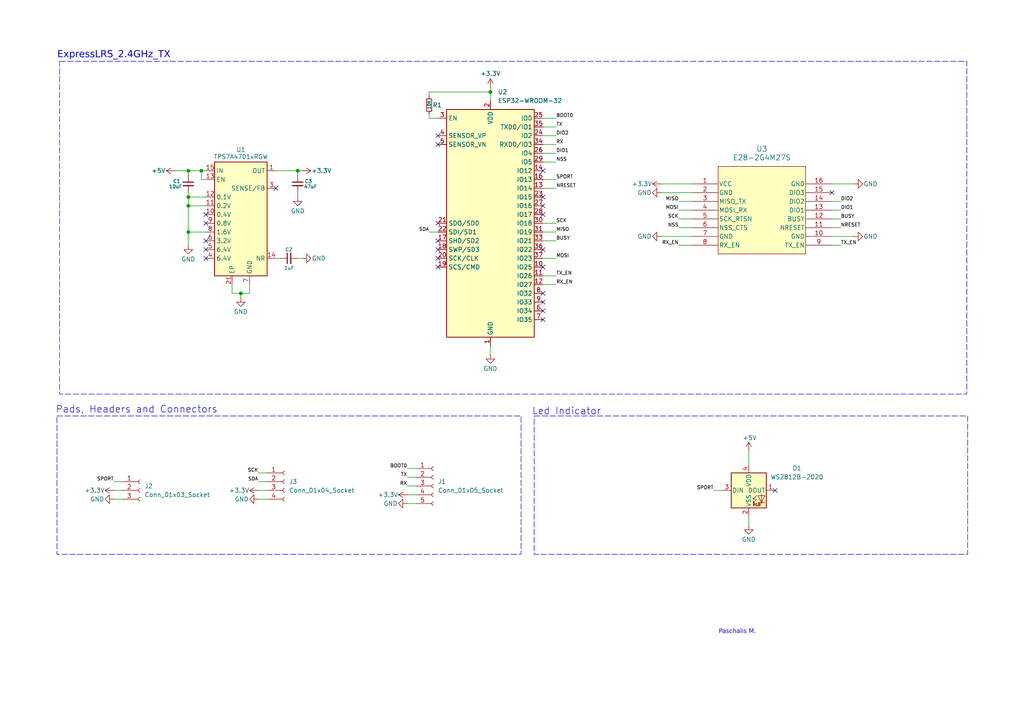
<source format=kicad_sch>
(kicad_sch (version 20250114) (generator "eeschema") (generator_version "9.0")
  (paper "A4")
  (title_block (title "TX2_2.4G") (date "2025-03-27") (rev "1.0") (company "https://github.com/Paschalis | TeodoraMiu") (comment 2 "telemetry and a WS2812B LED indicator to show ExpressLRS status.") (comment 3 "The TX2 features an integrated SSD1306 OLED display for on-screen "))
  (lib_symbols
    (symbol "Connector:Conn_01x03_Socket" (pin_names (offset 1.016) (hide yes))
      (property "Reference" "J" (at 0 5.08 0))
      (property "Value" "Conn_01x03_Socket" (at 0 -5.08 0))
      (symbol "Conn_01x03_Socket_1_1"
        (polyline (pts (xy -1.27 2.54) (xy -0.508 2.54)) (stroke (width 0.1524)))
        (polyline (pts (xy -1.27 0) (xy -0.508 0)) (stroke (width 0.1524)))
        (polyline (pts (xy -1.27 -2.54) (xy -0.508 -2.54)) (stroke (width 0.1524)))
        (arc (start 0 2.032) (mid -0.5058 2.54) (end 0 3.048) (stroke (width 0.1524)))
        (arc (start 0 -0.508) (mid -0.5058 0) (end 0 0.508) (stroke (width 0.1524)))
        (arc (start 0 -3.048) (mid -0.5058 -2.54) (end 0 -2.032) (stroke (width 0.1524)))
        (pin passive line (at -5.08 2.54 0) (length 3.81) (name "Pin_1") (number "1"))
        (pin passive line (at -5.08 0 0) (length 3.81) (name "Pin_2") (number "2"))
        (pin passive line (at -5.08 -2.54 0) (length 3.81) (name "Pin_3") (number "3"))
      )
    )
    (symbol "Connector:Conn_01x04_Socket" (pin_names (offset 1.016) (hide yes))
      (property "Reference" "J" (at 0 5.08 0))
      (property "Value" "Conn_01x04_Socket" (at 0 -7.62 0))
      (symbol "Conn_01x04_Socket_1_1"
        (polyline (pts (xy -1.27 2.54) (xy -0.508 2.54)) (stroke (width 0.1524)))
        (polyline (pts (xy -1.27 0) (xy -0.508 0)) (stroke (width 0.1524)))
        (polyline (pts (xy -1.27 -2.54) (xy -0.508 -2.54)) (stroke (width 0.1524)))
        (polyline (pts (xy -1.27 -5.08) (xy -0.508 -5.08)) (stroke (width 0.1524)))
        (arc (start 0 2.032) (mid -0.5058 2.54) (end 0 3.048) (stroke (width 0.1524)))
        (arc (start 0 -0.508) (mid -0.5058 0) (end 0 0.508) (stroke (width 0.1524)))
        (arc (start 0 -3.048) (mid -0.5058 -2.54) (end 0 -2.032) (stroke (width 0.1524)))
        (arc (start 0 -5.588) (mid -0.5058 -5.08) (end 0 -4.572) (stroke (width 0.1524)))
        (pin passive line (at -5.08 2.54 0) (length 3.81) (name "Pin_1") (number "1"))
        (pin passive line (at -5.08 0 0) (length 3.81) (name "Pin_2") (number "2"))
        (pin passive line (at -5.08 -2.54 0) (length 3.81) (name "Pin_3") (number "3"))
        (pin passive line (at -5.08 -5.08 0) (length 3.81) (name "Pin_4") (number "4"))
      )
    )
    (symbol "Connector:Conn_01x05_Socket" (pin_names (offset 1.016) (hide yes))
      (property "Reference" "J" (at 0 7.62 0))
      (property "Value" "Conn_01x05_Socket" (at 0 -7.62 0))
      (symbol "Conn_01x05_Socket_1_1"
        (polyline (pts (xy -1.27 5.08) (xy -0.508 5.08)) (stroke (width 0.1524)))
        (polyline (pts (xy -1.27 2.54) (xy -0.508 2.54)) (stroke (width 0.1524)))
        (polyline (pts (xy -1.27 0) (xy -0.508 0)) (stroke (width 0.1524)))
        (polyline (pts (xy -1.27 -2.54) (xy -0.508 -2.54)) (stroke (width 0.1524)))
        (polyline (pts (xy -1.27 -5.08) (xy -0.508 -5.08)) (stroke (width 0.1524)))
        (arc (start 0 4.572) (mid -0.5058 5.08) (end 0 5.588) (stroke (width 0.1524)))
        (arc (start 0 2.032) (mid -0.5058 2.54) (end 0 3.048) (stroke (width 0.1524)))
        (arc (start 0 -0.508) (mid -0.5058 0) (end 0 0.508) (stroke (width 0.1524)))
        (arc (start 0 -3.048) (mid -0.5058 -2.54) (end 0 -2.032) (stroke (width 0.1524)))
        (arc (start 0 -5.588) (mid -0.5058 -5.08) (end 0 -4.572) (stroke (width 0.1524)))
        (pin passive line (at -5.08 5.08 0) (length 3.81) (name "Pin_1") (number "1"))
        (pin passive line (at -5.08 2.54 0) (length 3.81) (name "Pin_2") (number "2"))
        (pin passive line (at -5.08 0 0) (length 3.81) (name "Pin_3") (number "3"))
        (pin passive line (at -5.08 -2.54 0) (length 3.81) (name "Pin_4") (number "4"))
        (pin passive line (at -5.08 -5.08 0) (length 3.81) (name "Pin_5") (number "5"))
      )
    )
    (symbol "Device:C_Small" (pin_numbers (hide yes)) (pin_names (offset 0.254) (hide yes))
      (property "Reference" "C" (at 0.254 1.778 0))
      (property "Value" "C_Small" (at 0.254 -2.032 0))
      (symbol "C_Small_0_1"
        (polyline (pts (xy -1.524 0.508) (xy 1.524 0.508)) (stroke (width 0.3048)))
        (polyline (pts (xy -1.524 -0.508) (xy 1.524 -0.508)) (stroke (width 0.3302)))
      )
      (symbol "C_Small_1_1"
        (pin passive line (at 0 2.54 270) (length 2.032) (name "~") (number "1"))
        (pin passive line (at 0 -2.54 90) (length 2.032) (name "~") (number "2"))
      )
    )
    (symbol "Device:R_Small" (pin_numbers (hide yes)) (pin_names (offset 0.254) (hide yes))
      (property "Reference" "R" (at 0.762 0.508 0))
      (property "Value" "R_Small" (at 0.762 -1.016 0))
      (symbol "R_Small_0_1"
        (rectangle (start -0.762 1.778) (end 0.762 -1.778) (stroke (width 0.2032)))
      )
      (symbol "R_Small_1_1"
        (pin passive line (at 0 2.54 270) (length 0.762) (name "~") (number "1"))
        (pin passive line (at 0 -2.54 90) (length 0.762) (name "~") (number "2"))
      )
    )
    (symbol "E28-2G4M27SX:E28-2G4M27S" (pin_names (offset 0.254))
      (property "Reference" "U" (at 20.32 10.16 0))
      (property "Value" "E28-2G4M27S" (at 20.32 7.62 0))
      (symbol "E28-2G4M27S_0_1"
        (pin power_out line (at 40.64 -15.24 180) (length 7.62) (name "GND") (number "10"))
      )
      (symbol "E28-2G4M27S_1_1"
        (rectangle (start 7.62 5.08) (end 33.02 -20.32) (fill (type color) (color 255 255 194 1)))
        (pin power_in line (at 0 0 0) (length 7.62) (name "VCC") (number "1"))
        (pin power_out line (at 0 -2.54 0) (length 7.62) (name "GND") (number "2"))
        (pin bidirectional line (at 0 -5.08 0) (length 7.62) (name "MISO_TX") (number "3"))
        (pin bidirectional line (at 0 -7.62 0) (length 7.62) (name "MOSI_RX") (number "4"))
        (pin input line (at 0 -10.16 0) (length 7.62) (name "SCK_RTSN") (number "5"))
        (pin input line (at 0 -12.7 0) (length 7.62) (name "NSS_CTS") (number "6"))
        (pin power_out line (at 0 -15.24 0) (length 7.62) (name "GND") (number "7"))
        (pin input line (at 0 -17.78 0) (length 7.62) (name "RX_EN") (number "8"))
        (pin power_out line (at 40.64 0 180) (length 7.62) (name "GND") (number "16"))
        (pin bidirectional line (at 40.64 -2.54 180) (length 7.62) (name "DIO3") (number "15"))
        (pin bidirectional line (at 40.64 -5.08 180) (length 7.62) (name "DIO2") (number "14"))
        (pin bidirectional line (at 40.64 -7.62 180) (length 7.62) (name "DIO1") (number "13"))
        (pin bidirectional line (at 40.64 -10.16 180) (length 7.62) (name "BUSY") (number "12"))
        (pin bidirectional line (at 40.64 -12.7 180) (length 7.62) (name "NRESET") (number "11"))
        (pin bidirectional line (at 40.64 -17.78 180) (length 7.62) (name "TX_EN") (number "9"))
      )
    )
    (symbol "LED:WS2812B-2020" (pin_names (offset 0.254))
      (property "Reference" "D" (at 5.08 5.715 0))
      (property "Value" "WS2812B-2020" (at 1.27 -5.715 0))
      (symbol "WS2812B-2020_0_0"
        (text "RGB" (at 2.286 -4.191 0) (effects (font (size 0.762 0.762))))
      )
      (symbol "WS2812B-2020_0_1"
        (polyline (pts (xy 1.27 -2.54) (xy 1.778 -2.54)))
        (polyline (pts (xy 1.27 -3.556) (xy 1.778 -3.556)))
        (polyline (pts (xy 2.286 -1.524) (xy 1.27 -2.54) (xy 1.27 -2.032)))
        (polyline (pts (xy 2.286 -2.54) (xy 1.27 -3.556) (xy 1.27 -3.048)))
        (polyline (pts (xy 3.683 -1.016) (xy 3.683 -3.556) (xy 3.683 -4.064)))
        (polyline (pts (xy 4.699 -1.524) (xy 2.667 -1.524) (xy 3.683 -3.556) (xy 4.699 -1.524)))
        (polyline (pts (xy 4.699 -3.556) (xy 2.667 -3.556)))
        (rectangle (start 5.08 5.08) (end -5.08 -5.08) (stroke (width 0.254)) (fill (type background)))
      )
      (symbol "WS2812B-2020_1_1"
        (pin input line (at -7.62 0 0) (length 2.54) (name "DIN") (number "3"))
        (pin power_in line (at 0 7.62 270) (length 2.54) (name "VDD") (number "4"))
        (pin power_in line (at 0 -7.62 90) (length 2.54) (name "VSS") (number "2"))
        (pin output line (at 7.62 0 180) (length 2.54) (name "DOUT") (number "1"))
      )
    )
    (symbol "RF_Module:ESP32-WROOM-32"
      (property "Reference" "U" (at -12.7 34.29 0))
      (property "Value" "ESP32-WROOM-32" (at 1.27 34.29 0))
      (symbol "ESP32-WROOM-32_0_1"
        (rectangle (start -12.7 33.02) (end 12.7 -33.02) (stroke (width 0.254)) (fill (type background)))
      )
      (symbol "ESP32-WROOM-32_1_1"
        (pin input line (at -15.24 30.48 0) (length 2.54) (name "EN") (number "3"))
        (pin input line (at -15.24 25.4 0) (length 2.54) (name "SENSOR_VP") (number "4"))
        (pin input line (at -15.24 22.86 0) (length 2.54) (name "SENSOR_VN") (number "5"))
        (pin bidirectional line (at -15.24 0 0) (length 2.54) (name "SDO/SD0") (number "21"))
        (pin bidirectional line (at -15.24 -2.54 0) (length 2.54) (name "SDI/SD1") (number "22"))
        (pin bidirectional line (at -15.24 -5.08 0) (length 2.54) (name "SHD/SD2") (number "17"))
        (pin bidirectional line (at -15.24 -7.62 0) (length 2.54) (name "SWP/SD3") (number "18"))
        (pin bidirectional line (at -15.24 -10.16 0) (length 2.54) (name "SCK/CLK") (number "20"))
        (pin bidirectional line (at -15.24 -12.7 0) (length 2.54) (name "SCS/CMD") (number "19"))
        (pin no_connect line (at -12.7 -27.94 0) (length 2.54) (hide yes) (name "NC") (number "32"))
        (pin power_in line (at 0 35.56 270) (length 2.54) (name "VDD") (number "2"))
        (pin power_in line (at 0 -35.56 90) (length 2.54) (name "GND") (number "1"))
        (pin passive line (at 0 -35.56 90) (length 2.54) (hide yes) (name "GND") (number "15"))
        (pin passive line (at 0 -35.56 90) (length 2.54) (hide yes) (name "GND") (number "38"))
        (pin passive line (at 0 -35.56 90) (length 2.54) (hide yes) (name "GND") (number "39"))
        (pin bidirectional line (at 15.24 30.48 180) (length 2.54) (name "IO0") (number "25"))
        (pin bidirectional line (at 15.24 27.94 180) (length 2.54) (name "TXD0/IO1") (number "35"))
        (pin bidirectional line (at 15.24 25.4 180) (length 2.54) (name "IO2") (number "24"))
        (pin bidirectional line (at 15.24 22.86 180) (length 2.54) (name "RXD0/IO3") (number "34"))
        (pin bidirectional line (at 15.24 20.32 180) (length 2.54) (name "IO4") (number "26"))
        (pin bidirectional line (at 15.24 17.78 180) (length 2.54) (name "IO5") (number "29"))
        (pin bidirectional line (at 15.24 15.24 180) (length 2.54) (name "IO12") (number "14"))
        (pin bidirectional line (at 15.24 12.7 180) (length 2.54) (name "IO13") (number "16"))
        (pin bidirectional line (at 15.24 10.16 180) (length 2.54) (name "IO14") (number "13"))
        (pin bidirectional line (at 15.24 7.62 180) (length 2.54) (name "IO15") (number "23"))
        (pin bidirectional line (at 15.24 5.08 180) (length 2.54) (name "IO16") (number "27"))
        (pin bidirectional line (at 15.24 2.54 180) (length 2.54) (name "IO17") (number "28"))
        (pin bidirectional line (at 15.24 0 180) (length 2.54) (name "IO18") (number "30"))
        (pin bidirectional line (at 15.24 -2.54 180) (length 2.54) (name "IO19") (number "31"))
        (pin bidirectional line (at 15.24 -5.08 180) (length 2.54) (name "IO21") (number "33"))
        (pin bidirectional line (at 15.24 -7.62 180) (length 2.54) (name "IO22") (number "36"))
        (pin bidirectional line (at 15.24 -10.16 180) (length 2.54) (name "IO23") (number "37"))
        (pin bidirectional line (at 15.24 -12.7 180) (length 2.54) (name "IO25") (number "10"))
        (pin bidirectional line (at 15.24 -15.24 180) (length 2.54) (name "IO26") (number "11"))
        (pin bidirectional line (at 15.24 -17.78 180) (length 2.54) (name "IO27") (number "12"))
        (pin bidirectional line (at 15.24 -20.32 180) (length 2.54) (name "IO32") (number "8"))
        (pin bidirectional line (at 15.24 -22.86 180) (length 2.54) (name "IO33") (number "9"))
        (pin input line (at 15.24 -25.4 180) (length 2.54) (name "IO34") (number "6"))
        (pin input line (at 15.24 -27.94 180) (length 2.54) (name "IO35") (number "7"))
      )
    )
    (symbol "Regulator_Linear:TPS7A4701xRGW"
      (property "Reference" "U" (at -6.35 19.05 0))
      (property "Value" "TPS7A4701xRGW" (at 3.81 19.05 0))
      (symbol "TPS7A4701xRGW_0_1"
        (rectangle (start -7.62 17.78) (end 7.62 -15.24) (stroke (width 0.254)) (fill (type background)))
      )
      (symbol "TPS7A4701xRGW_1_1"
        (pin power_in line (at -10.16 15.24 0) (length 2.54) (name "IN") (number "15"))
        (pin passive line (at -10.16 15.24 0) (length 2.54) (hide yes) (name "IN") (number "16"))
        (pin input line (at -10.16 12.7 0) (length 2.54) (name "EN") (number "13"))
        (pin input line (at -10.16 7.62 0) (length 2.54) (name "0.1V") (number "12"))
        (pin input line (at -10.16 5.08 0) (length 2.54) (name "0.2V") (number "11"))
        (pin input line (at -10.16 2.54 0) (length 2.54) (name "0.4V") (number "10"))
        (pin input line (at -10.16 0 0) (length 2.54) (name "0.8V") (number "9"))
        (pin input line (at -10.16 -2.54 0) (length 2.54) (name "1.6V") (number "8"))
        (pin input line (at -10.16 -5.08 0) (length 2.54) (name "3.2V") (number "6"))
        (pin input line (at -10.16 -7.62 0) (length 2.54) (name "6.4V") (number "5"))
        (pin input line (at -10.16 -10.16 0) (length 2.54) (name "6.4V") (number "4"))
        (pin passive line (at -2.54 -17.78 90) (length 2.54) (name "EP") (number "21"))
        (pin power_in line (at 2.54 -17.78 90) (length 2.54) (name "GND") (number "7"))
        (pin power_out line (at 10.16 15.24 180) (length 2.54) (name "OUT") (number "1"))
        (pin power_out line (at 10.16 15.24 180) (length 2.54) (hide yes) (name "OUT") (number "20"))
        (pin input line (at 10.16 10.16 180) (length 2.54) (name "SENSE/FB") (number "3"))
        (pin passive line (at 10.16 -10.16 180) (length 2.54) (name "NR") (number "14"))
      )
    )
    (symbol "power:+3.3V" (power) (pin_numbers (hide yes)) (pin_names (offset 0) (hide yes))
      (property "Value" "+3.3V" (at 0 3.556 0))
      (symbol "+3.3V_0_1"
        (polyline (pts (xy -0.762 1.27) (xy 0 2.54)))
        (polyline (pts (xy 0 2.54) (xy 0.762 1.27)))
        (polyline (pts (xy 0 0) (xy 0 2.54)))
      )
      (symbol "+3.3V_1_1"
        (pin power_in line (at 0 0 90) (length 0) (name "~") (number "1"))
      )
    )
    (symbol "power:+5V" (power) (pin_numbers (hide yes)) (pin_names (offset 0) (hide yes))
      (property "Value" "+5V" (at 0 3.556 0))
      (symbol "+5V_0_1"
        (polyline (pts (xy -0.762 1.27) (xy 0 2.54)))
        (polyline (pts (xy 0 2.54) (xy 0.762 1.27)))
        (polyline (pts (xy 0 0) (xy 0 2.54)))
      )
      (symbol "+5V_1_1"
        (pin power_in line (at 0 0 90) (length 0) (name "~") (number "1"))
      )
    )
    (symbol "power:GND" (power) (pin_numbers (hide yes)) (pin_names (offset 0) (hide yes))
      (property "Value" "GND" (at 0 -3.81 0))
      (symbol "GND_0_1"
        (polyline (pts (xy 0 0) (xy 0 -1.27) (xy 1.27 -1.27) (xy 0 -2.54) (xy -1.27 -1.27) (xy 0 -1.27)))
      )
      (symbol "GND_1_1"
        (pin power_in line (at 0 0 270) (length 0) (name "~") (number "1"))
      )
    )
  )
  (rectangle (start 154.94 120.65) (end 280.67 160.782) (stroke (width 0) (type dash)))
  (rectangle (start 17.272 17.78) (end 280.416 114.3) (stroke (width 0) (type dash)))
  (rectangle (start 16.51 120.65) (end 151.13 160.782) (stroke (width 0) (type dash)))
  (text "Paschalis M." (at 213.868 183.642 0) (effects (font (size 1.27 1.27))))
  (text "Led Indicator" (at 164.338 119.38 0) (effects (font (size 2 2))))
  (text "Pads, Headers and Connectors" (at 39.624 118.872 0) (effects (font (size 2 2))))
  (text "ExpressLRS_2.4GHz_TX" (at 33.02 16.51 0) (effects (font (size 2 2) (thickness 0.2938))))
  (junction (at 86.36 49.53))
  (junction (at 58.42 49.53))
  (junction (at 54.61 57.15))
  (junction (at 54.61 67.31))
  (junction (at 142.24 26.67))
  (junction (at 54.61 59.69))
  (junction (at 54.61 49.53))
  (junction (at 69.85 85.09))
  (no_connect (at 157.48 59.69))
  (no_connect (at 241.3 55.88))
  (no_connect (at 157.48 90.17))
  (no_connect (at 127 64.77))
  (no_connect (at 157.48 87.63))
  (no_connect (at 59.69 62.23))
  (no_connect (at 127 41.91))
  (no_connect (at 224.79 142.24))
  (no_connect (at 157.48 72.39))
  (no_connect (at 80.01 54.61))
  (no_connect (at 127 72.39))
  (no_connect (at 127 69.85))
  (no_connect (at 157.48 85.09))
  (no_connect (at 59.69 64.77))
  (no_connect (at 157.48 49.53))
  (no_connect (at 59.69 72.39))
  (no_connect (at 157.48 62.23))
  (no_connect (at 157.48 57.15))
  (no_connect (at 127 74.93))
  (no_connect (at 157.48 77.47))
  (no_connect (at 59.69 69.85))
  (no_connect (at 127 77.47))
  (no_connect (at 157.48 92.71))
  (no_connect (at 59.69 74.93))
  (no_connect (at 127 39.37))
  (wire (pts (xy 67.31 85.09) (xy 69.85 85.09)))
  (wire (pts (xy 241.3 53.34) (xy 247.65 53.34)))
  (wire (pts (xy 118.11 146.05) (xy 120.65 146.05)))
  (wire (pts (xy 33.02 139.7) (xy 35.56 139.7)))
  (wire (pts (xy 118.11 138.43) (xy 120.65 138.43)))
  (wire (pts (xy 142.24 100.33) (xy 142.24 102.87)))
  (wire (pts (xy 157.48 64.77) (xy 161.29 64.77)))
  (wire (pts (xy 54.61 59.69) (xy 54.61 67.31)))
  (wire (pts (xy 157.48 74.93) (xy 161.29 74.93)))
  (wire (pts (xy 74.93 142.24) (xy 77.47 142.24)))
  (wire (pts (xy 157.48 82.55) (xy 161.29 82.55)))
  (wire (pts (xy 54.61 67.31) (xy 59.69 67.31)))
  (wire (pts (xy 59.69 52.07) (xy 58.42 52.07)))
  (wire (pts (xy 54.61 57.15) (xy 54.61 59.69)))
  (wire (pts (xy 54.61 49.53) (xy 58.42 49.53)))
  (wire (pts (xy 196.85 58.42) (xy 200.66 58.42)))
  (wire (pts (xy 74.93 144.78) (xy 77.47 144.78)))
  (wire (pts (xy 196.85 66.04) (xy 200.66 66.04)))
  (wire (pts (xy 124.46 34.29) (xy 124.46 33.02)))
  (wire (pts (xy 241.3 60.96) (xy 243.84 60.96)))
  (wire (pts (xy 142.24 26.67) (xy 142.24 29.21)))
  (wire (pts (xy 59.69 57.15) (xy 54.61 57.15)))
  (wire (pts (xy 118.11 143.51) (xy 120.65 143.51)))
  (wire (pts (xy 157.48 44.45) (xy 161.29 44.45)))
  (wire (pts (xy 196.85 63.5) (xy 200.66 63.5)))
  (wire (pts (xy 157.48 36.83) (xy 161.29 36.83)))
  (wire (pts (xy 196.85 60.96) (xy 200.66 60.96)))
  (wire (pts (xy 217.17 130.81) (xy 217.17 134.62)))
  (wire (pts (xy 127 34.29) (xy 124.46 34.29)))
  (wire (pts (xy 241.3 66.04) (xy 243.84 66.04)))
  (wire (pts (xy 33.02 144.78) (xy 35.56 144.78)))
  (wire (pts (xy 54.61 55.88) (xy 54.61 57.15)))
  (wire (pts (xy 33.02 142.24) (xy 35.56 142.24)))
  (wire (pts (xy 241.3 63.5) (xy 243.84 63.5)))
  (wire (pts (xy 157.48 54.61) (xy 161.29 54.61)))
  (wire (pts (xy 54.61 59.69) (xy 59.69 59.69)))
  (wire (pts (xy 50.8 49.53) (xy 54.61 49.53)))
  (wire (pts (xy 157.48 41.91) (xy 161.29 41.91)))
  (wire (pts (xy 58.42 49.53) (xy 59.69 49.53)))
  (wire (pts (xy 80.01 74.93) (xy 81.28 74.93)))
  (wire (pts (xy 74.93 137.16) (xy 77.47 137.16)))
  (wire (pts (xy 241.3 58.42) (xy 243.84 58.42)))
  (wire (pts (xy 191.77 55.88) (xy 200.66 55.88)))
  (wire (pts (xy 157.48 46.99) (xy 161.29 46.99)))
  (wire (pts (xy 191.77 68.58) (xy 200.66 68.58)))
  (wire (pts (xy 191.77 53.34) (xy 200.66 53.34)))
  (wire (pts (xy 72.39 85.09) (xy 72.39 82.55)))
  (wire (pts (xy 86.36 49.53) (xy 87.63 49.53)))
  (wire (pts (xy 217.17 149.86) (xy 217.17 152.4)))
  (wire (pts (xy 58.42 52.07) (xy 58.42 49.53)))
  (wire (pts (xy 157.48 34.29) (xy 161.29 34.29)))
  (wire (pts (xy 67.31 82.55) (xy 67.31 85.09)))
  (wire (pts (xy 118.11 140.97) (xy 120.65 140.97)))
  (wire (pts (xy 142.24 25.4) (xy 142.24 26.67)))
  (wire (pts (xy 241.3 68.58) (xy 247.65 68.58)))
  (wire (pts (xy 124.46 67.31) (xy 127 67.31)))
  (wire (pts (xy 157.48 39.37) (xy 161.29 39.37)))
  (wire (pts (xy 86.36 74.93) (xy 87.63 74.93)))
  (wire (pts (xy 207.01 142.24) (xy 209.55 142.24)))
  (wire (pts (xy 80.01 49.53) (xy 86.36 49.53)))
  (wire (pts (xy 118.11 135.89) (xy 120.65 135.89)))
  (wire (pts (xy 157.48 52.07) (xy 161.29 52.07)))
  (wire (pts (xy 54.61 49.53) (xy 54.61 50.8)))
  (wire (pts (xy 69.85 85.09) (xy 72.39 85.09)))
  (wire (pts (xy 69.85 86.36) (xy 69.85 85.09)))
  (wire (pts (xy 196.85 71.12) (xy 200.66 71.12)))
  (wire (pts (xy 124.46 27.94) (xy 124.46 26.67)))
  (wire (pts (xy 157.48 69.85) (xy 161.29 69.85)))
  (wire (pts (xy 86.36 50.8) (xy 86.36 49.53)))
  (wire (pts (xy 241.3 71.12) (xy 243.84 71.12)))
  (wire (pts (xy 157.48 67.31) (xy 161.29 67.31)))
  (wire (pts (xy 86.36 55.88) (xy 86.36 57.15)))
  (wire (pts (xy 157.48 80.01) (xy 161.29 80.01)))
  (wire (pts (xy 74.93 139.7) (xy 77.47 139.7)))
  (wire (pts (xy 54.61 67.31) (xy 54.61 71.12)))
  (wire (pts (xy 124.46 26.67) (xy 142.24 26.67)))
  (label "SDA" (at 74.93 139.7 180) (effects (font (size 1 1))))
  (label "BOOT0" (at 161.29 34.29 0) (effects (font (size 1 1))))
  (label "SPORT" (at 161.29 52.07 0) (effects (font (size 1 1))))
  (label "DIO2" (at 243.84 58.42 0) (effects (font (size 1 1))))
  (label "TX_EN" (at 161.29 80.01 0) (effects (font (size 1 1))))
  (label "DIO1" (at 243.84 60.96 0) (effects (font (size 1 1))))
  (label "SCK" (at 74.93 137.16 180) (effects (font (size 1 1))))
  (label "RX" (at 118.11 140.97 180) (effects (font (size 1 1))))
  (label "BUSY" (at 243.84 63.5 0) (effects (font (size 1 1))))
  (label "DIO2" (at 161.29 39.37 0) (effects (font (size 1 1))))
  (label "SCK" (at 196.85 63.5 180) (effects (font (size 1 1))))
  (label "RX" (at 161.29 41.91 0) (effects (font (size 1 1))))
  (label "DIO1" (at 161.29 44.45 0) (effects (font (size 1 1))))
  (label "SCK" (at 161.29 64.77 0) (effects (font (size 1 1))))
  (label "SDA" (at 124.46 67.31 180) (effects (font (size 1 1))))
  (label "NRESET" (at 161.29 54.61 0) (effects (font (size 1 1))))
  (label "TX" (at 161.29 36.83 0) (effects (font (size 1 1))))
  (label "SPORT" (at 207.01 142.24 180) (effects (font (size 1 1))))
  (label "BUSY" (at 161.29 69.85 0) (effects (font (size 1 1))))
  (label "NSS" (at 196.85 66.04 180) (effects (font (size 1 1))))
  (label "MOSI" (at 161.29 74.93 0) (effects (font (size 1 1))))
  (label "TX_EN" (at 243.84 71.12 0) (effects (font (size 1 1))))
  (label "TX" (at 118.11 138.43 180) (effects (font (size 1 1))))
  (label "MISO" (at 161.29 67.31 0) (effects (font (size 1 1))))
  (label "NSS" (at 161.29 46.99 0) (effects (font (size 1 1))))
  (label "RX_EN" (at 196.85 71.12 180) (effects (font (size 1 1))))
  (label "RX_EN" (at 161.29 82.55 0) (effects (font (size 1 1))))
  (label "BOOT0" (at 118.11 135.89 180) (effects (font (size 1 1))))
  (label "SPORT" (at 33.02 139.7 180) (effects (font (size 1 1))))
  (label "MOSI" (at 196.85 60.96 180) (effects (font (size 1 1))))
  (label "MISO" (at 196.85 58.42 180) (effects (font (size 1 1))))
  (label "NRESET" (at 243.84 66.04 0) (effects (font (size 1 1))))
  (symbol (lib_id "Connector:Conn_01x05_Socket") (at 125.73 140.97 0) (unit 1)
    (property "Reference" "J1" (at 127 139.6999 0) (effects (justify left)))
    (property "Value" "Conn_01x05_Socket" (at 127 142.2399 0) (effects (justify left)))
    (property "Footprint" "Connector_JST:JST_XH_B5B-XH-A_1x05_P2.50mm_Vertical" (effects (hide yes)))
    (property "Description" "Generic connector, single row, 01x05, script generated" (effects (hide yes)))
  )
  (symbol (lib_id "RF_Module:ESP32-WROOM-32") (at 142.24 64.77 0) (unit 1)
    (property "Reference" "U2" (at 144.3833 26.67 0) (effects (justify left)))
    (property "Value" "ESP32-WROOM-32" (at 144.3833 29.21 0) (effects (justify left)))
    (property "Footprint" "RF_Module:ESP32-WROOM-32" (effects (hide yes)))
    (property "Datasheet" "https://www.espressif.com/sites/default/files/documentation/esp32-wroom-32_datasheet_en.pdf" (effects (hide yes)))
    (property "Description" "RF Module, ESP32-D0WDQ6 SoC, Wi-Fi 802.11b/g/n, Bluetooth, BLE, 32-bit, 2.7-3.6V, onboard antenna, SMD" (effects (hide yes)))
  )
  (symbol (lib_id "power:GND") (at 191.77 55.88 270) (mirror x) (unit 1)
    (property "Reference" "#PWR012" (effects (hide yes)))
    (property "Value" "GND" (at 188.976 55.88 90) (effects (justify right)))
    (property "Description" "Power symbol creates a global label with name \"GND\" , ground" (effects (hide yes)))
  )
  (symbol (lib_id "power:GND") (at 74.93 144.78 270) (mirror x) (unit 1)
    (property "Reference" "#PWR021" (effects (hide yes)))
    (property "Value" "GND" (at 72.136 144.78 90) (effects (justify right)))
    (property "Description" "Power symbol creates a global label with name \"GND\" , ground" (effects (hide yes)))
  )
  (symbol (lib_id "power:+3.3V") (at 118.11 143.51 90) (mirror x) (unit 1)
    (property "Reference" "#PWR011" (effects (hide yes)))
    (property "Value" "+3.3V" (at 112.522 143.51 90))
    (property "Description" "Power symbol creates a global label with name \"+3.3V\"" (effects (hide yes)))
  )
  (symbol (lib_id "Regulator_Linear:TPS7A4701xRGW") (at 69.85 64.77 0) (unit 1)
    (property "Reference" "U1" (at 69.85 43.434 0))
    (property "Value" "TPS7A4701xRGW" (at 69.85 45.466 0))
    (property "Footprint" "Package_DFN_QFN:Texas_RGW0020A_VQFN-20-1EP_5x5mm_P0.65mm_EP3.15x3.15mm_ThermalVias" (effects (hide yes)))
    (property "Datasheet" "https://www.ti.com/lit/ds/symlink/tps7a47.pdf" (effects (hide yes)))
    (property "Description" "1A, Low-Noise Low-Dropout Voltage Regulator, 3-35V Input, Adjustable 1.4-34V Output, VQFN-20" (effects (hide yes)))
  )
  (symbol (lib_id "power:+3.3V") (at 33.02 142.24 90) (mirror x) (unit 1)
    (property "Reference" "#PWR016" (effects (hide yes)))
    (property "Value" "+3.3V" (at 27.432 142.24 90))
    (property "Description" "Power symbol creates a global label with name \"+3.3V\"" (effects (hide yes)))
  )
  (symbol (lib_id "power:GND") (at 247.65 53.34 90) (unit 1)
    (property "Reference" "#PWR010" (effects (hide yes)))
    (property "Value" "GND" (at 250.444 53.34 90) (effects (justify right)))
    (property "Description" "Power symbol creates a global label with name \"GND\" , ground" (effects (hide yes)))
  )
  (symbol (lib_id "power:+5V") (at 217.17 130.81 0) (unit 1)
    (property "Reference" "#PWR018" (effects (hide yes)))
    (property "Value" "+5V" (at 215.392 127 0) (effects (justify left)))
    (property "Description" "Power symbol creates a global label with name \"+5V\"" (effects (hide yes)))
  )
  (symbol (lib_id "power:GND") (at 54.61 71.12 0) (unit 1)
    (property "Reference" "#PWR02" (effects (hide yes)))
    (property "Value" "GND" (at 54.61 75.184 0))
    (property "Description" "Power symbol creates a global label with name \"GND\" , ground" (effects (hide yes)))
  )
  (symbol (lib_id "Device:C_Small") (at 54.61 53.34 0) (mirror y) (unit 1)
    (property "Reference" "C1" (at 52.324 52.578 0) (effects (font (size 1 1)) (justify left)))
    (property "Value" "10uF" (at 52.832 54.102 0) (effects (font (size 1 1)) (justify left)))
    (property "Footprint" "Capacitor_SMD:C_0603_1608Metric_Pad1.08x0.95mm_HandSolder" (effects (hide yes)))
    (property "Description" "Unpolarized capacitor, small symbol" (effects (hide yes)))
  )
  (symbol (lib_id "LED:WS2812B-2020") (at 217.17 142.24 0) (unit 1)
    (property "Reference" "D1" (at 231.14 135.8198 0))
    (property "Value" "WS2812B-2020" (at 231.14 138.3598 0))
    (property "Footprint" "LED_SMD:LED_WS2812B-2020_PLCC4_2.0x2.0mm" (effects (hide yes)))
    (property "Datasheet" "https://cdn-shop.adafruit.com/product-files/4684/4684_WS2812B-2020_V1.3_EN.pdf" (effects (hide yes)))
    (property "Description" "RGB LED with integrated controller, 2.0 x 2.0 mm, 12 mA" (effects (hide yes)))
  )
  (symbol (lib_id "E28-2G4M27SX:E28-2G4M27S") (at 200.66 53.34 0) (unit 1)
    (property "Reference" "U3" (at 220.98 43.18 0) (effects (font (size 1.524 1.524))))
    (property "Value" "E28-2G4M27S" (at 220.98 45.72 0) (effects (font (size 1.524 1.524))))
    (property "Footprint" "Library:E28" (effects (hide yes)))
    (property "Datasheet" "E28-2G4M27S" (effects (hide yes)))
  )
  (symbol (lib_id "Connector:Conn_01x04_Socket") (at 82.55 139.7 0) (unit 1)
    (property "Reference" "J3" (at 83.82 139.6999 0) (effects (justify left)))
    (property "Value" "Conn_01x04_Socket" (at 83.82 142.2399 0) (effects (justify left)))
    (property "Footprint" "Connector_JST:JST_XH_B4B-XH-A_1x04_P2.50mm_Vertical" (effects (hide yes)))
    (property "Description" "Generic connector, single row, 01x04, script generated" (effects (hide yes)))
  )
  (symbol (lib_id "power:GND") (at 86.36 57.15 0) (unit 1)
    (property "Reference" "#PWR04" (effects (hide yes)))
    (property "Value" "GND" (at 86.36 61.214 0))
    (property "Description" "Power symbol creates a global label with name \"GND\" , ground" (effects (hide yes)))
  )
  (symbol (lib_id "power:+3.3V") (at 87.63 49.53 270) (unit 1)
    (property "Reference" "#PWR05" (effects (hide yes)))
    (property "Value" "+3.3V" (at 93.218 49.53 90))
    (property "Description" "Power symbol creates a global label with name \"+3.3V\"" (effects (hide yes)))
  )
  (symbol (lib_id "power:GND") (at 118.11 146.05 270) (mirror x) (unit 1)
    (property "Reference" "#PWR015" (effects (hide yes)))
    (property "Value" "GND" (at 115.316 146.05 90) (effects (justify right)))
    (property "Description" "Power symbol creates a global label with name \"GND\" , ground" (effects (hide yes)))
  )
  (symbol (lib_id "power:+3.3V") (at 74.93 142.24 90) (mirror x) (unit 1)
    (property "Reference" "#PWR020" (effects (hide yes)))
    (property "Value" "+3.3V" (at 69.342 142.24 90))
    (property "Description" "Power symbol creates a global label with name \"+3.3V\"" (effects (hide yes)))
  )
  (symbol (lib_id "power:+3.3V") (at 142.24 25.4 0) (mirror y) (unit 1)
    (property "Reference" "#PWR07" (effects (hide yes)))
    (property "Value" "+3.3V" (at 142.24 21.336 0))
    (property "Description" "Power symbol creates a global label with name \"+3.3V\"" (effects (hide yes)))
  )
  (symbol (lib_id "power:GND") (at 69.85 86.36 0) (unit 1)
    (property "Reference" "#PWR03" (effects (hide yes)))
    (property "Value" "GND" (at 71.882 90.424 0) (effects (justify right)))
    (property "Description" "Power symbol creates a global label with name \"GND\" , ground" (effects (hide yes)))
  )
  (symbol (lib_id "power:+3.3V") (at 191.77 53.34 90) (mirror x) (unit 1)
    (property "Reference" "#PWR014" (effects (hide yes)))
    (property "Value" "+3.3V" (at 186.182 53.34 90))
    (property "Description" "Power symbol creates a global label with name \"+3.3V\"" (effects (hide yes)))
  )
  (symbol (lib_id "power:GND") (at 217.17 152.4 0) (unit 1)
    (property "Reference" "#PWR019" (effects (hide yes)))
    (property "Value" "GND" (at 219.202 156.464 0) (effects (justify right)))
    (property "Description" "Power symbol creates a global label with name \"GND\" , ground" (effects (hide yes)))
  )
  (symbol (lib_id "power:GND") (at 33.02 144.78 270) (mirror x) (unit 1)
    (property "Reference" "#PWR017" (effects (hide yes)))
    (property "Value" "GND" (at 30.226 144.78 90) (effects (justify right)))
    (property "Description" "Power symbol creates a global label with name \"GND\" , ground" (effects (hide yes)))
  )
  (symbol (lib_id "Device:R_Small") (at 124.46 30.48 0) (unit 1)
    (property "Reference" "R1" (at 125.476 30.48 0) (effects (justify left)))
    (property "Value" "10K" (at 124.46 31.75 90) (effects (font (size 0.9 0.9)) (justify left)))
    (property "Footprint" "Resistor_SMD:R_0603_1608Metric_Pad0.98x0.95mm_HandSolder" (effects (hide yes)))
    (property "Description" "Resistor, small symbol" (effects (hide yes)))
  )
  (symbol (lib_id "Device:C_Small") (at 86.36 53.34 0) (unit 1)
    (property "Reference" "C3" (at 88.392 52.578 0) (effects (font (size 1 1)) (justify left)))
    (property "Value" "47uF" (at 88.138 54.102 0) (effects (font (size 1 1)) (justify left)))
    (property "Footprint" "Capacitor_SMD:C_0603_1608Metric_Pad1.08x0.95mm_HandSolder" (effects (hide yes)))
    (property "Description" "Unpolarized capacitor, small symbol" (effects (hide yes)))
  )
  (symbol (lib_id "power:GND") (at 142.24 102.87 0) (unit 1)
    (property "Reference" "#PWR08" (effects (hide yes)))
    (property "Value" "GND" (at 144.272 106.934 0) (effects (justify right)))
    (property "Description" "Power symbol creates a global label with name \"GND\" , ground" (effects (hide yes)))
  )
  (symbol (lib_id "power:+5V") (at 50.8 49.53 90) (unit 1)
    (property "Reference" "#PWR01" (effects (hide yes)))
    (property "Value" "+5V" (at 48.006 49.53 90) (effects (justify left)))
    (property "Description" "Power symbol creates a global label with name \"+5V\"" (effects (hide yes)))
  )
  (symbol (lib_id "Connector:Conn_01x03_Socket") (at 40.64 142.24 0) (unit 1)
    (property "Reference" "J2" (at 41.91 140.9699 0) (effects (justify left)))
    (property "Value" "Conn_01x03_Socket" (at 41.91 143.5099 0) (effects (justify left)))
    (property "Footprint" "Connector_JST:JST_XH_B3B-XH-A_1x03_P2.50mm_Vertical" (effects (hide yes)))
    (property "Description" "Generic connector, single row, 01x03, script generated" (effects (hide yes)))
  )
  (symbol (lib_id "power:GND") (at 87.63 74.93 90) (unit 1)
    (property "Reference" "#PWR06" (effects (hide yes)))
    (property "Value" "GND" (at 90.424 74.93 90) (effects (justify right)))
    (property "Description" "Power symbol creates a global label with name \"GND\" , ground" (effects (hide yes)))
  )
  (symbol (lib_id "Device:C_Small") (at 83.82 74.93 90) (unit 1)
    (property "Reference" "C2" (at 84.836 72.39 90) (effects (font (size 1 1)) (justify left)))
    (property "Value" "1uF" (at 85.344 77.724 90) (effects (font (size 1 1)) (justify left)))
    (property "Footprint" "Capacitor_SMD:C_0603_1608Metric_Pad1.08x0.95mm_HandSolder" (effects (hide yes)))
    (property "Description" "Unpolarized capacitor, small symbol" (effects (hide yes)))
  )
  (symbol (lib_id "power:GND") (at 191.77 68.58 270) (mirror x) (unit 1)
    (property "Reference" "#PWR013" (effects (hide yes)))
    (property "Value" "GND" (at 188.976 68.58 90) (effects (justify right)))
    (property "Description" "Power symbol creates a global label with name \"GND\" , ground" (effects (hide yes)))
  )
  (symbol (lib_id "power:GND") (at 247.65 68.58 90) (unit 1)
    (property "Reference" "#PWR09" (effects (hide yes)))
    (property "Value" "GND" (at 250.444 68.58 90) (effects (justify right)))
    (property "Description" "Power symbol creates a global label with name \"GND\" , ground" (effects (hide yes)))
  )
)
</source>
